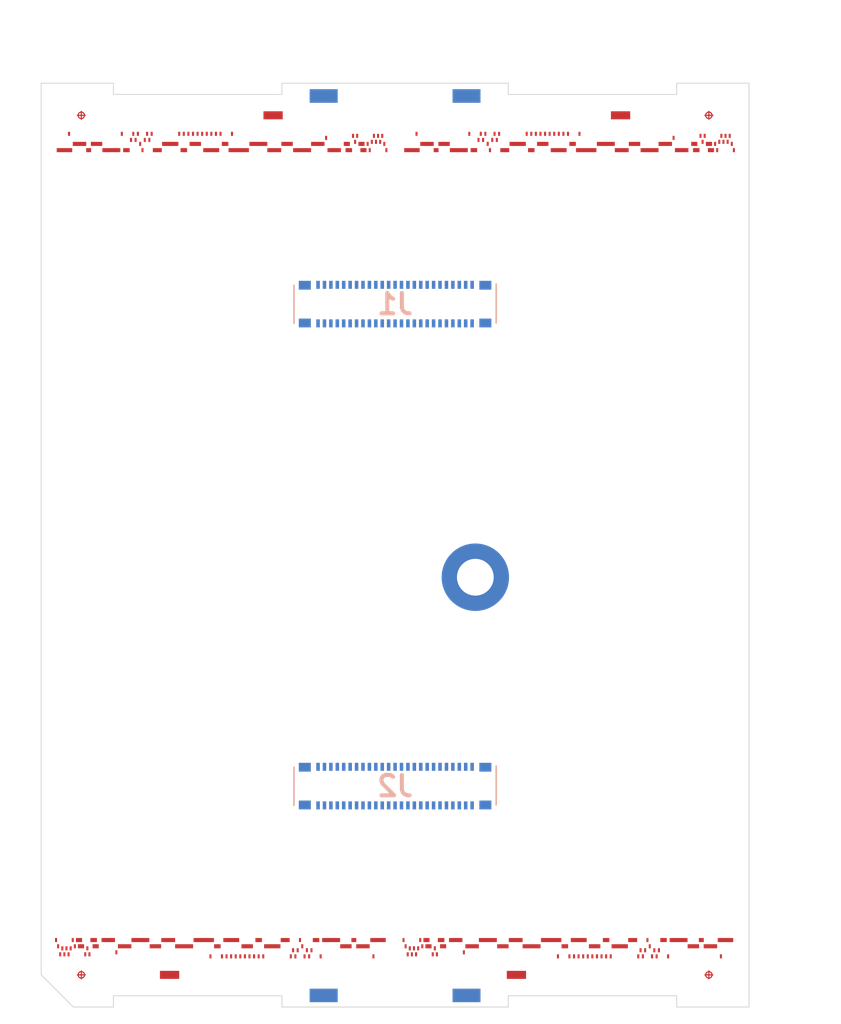
<source format=kicad_pcb>
(kicad_pcb (version 20211014) (generator pcbnew)
  (layers (0 "F.Cu" signal) (31 "B.Cu" signal) (34 "B.Paste" user) (35 "F.Paste" user) (36 "B.SilkS" user "B.Silkscreen") (37 "F.SilkS" user "F.Silkscreen") (38 "B.Mask" user) (39 "F.Mask" user) (44 "Edge.Cuts" user))
  (net 0 "")
  (net 1 "Net-(J1-PadMP4)")
  (net 2 "Net-(J1-PadMP3)")
  (net 3 "Net-(J1-PadMP2)")
  (net 4 "Net-(J1-PadMP1)")
  (net 5 "/01_N")
  (net 6 "/01_P")
  (net 7 "/11_P")
  (net 8 "/11_N")
  (net 9 "/10_P")
  (net 10 "/10_N")
  (net 11 "/09_P")
  (net 12 "/09_N")
  (net 13 "/08_P")
  (net 14 "/08_N")
  (net 15 "/07_P")
  (net 16 "/07_N")
  (net 17 "/06_P")
  (net 18 "/06_N")
  (net 19 "/05_P")
  (net 20 "/05_N")
  (net 21 "/04_P")
  (net 22 "/04_N")
  (net 23 "/03_P")
  (net 24 "/03_N")
  (net 25 "/02_P")
  (net 26 "/02_N")
  (net 27 "/12_P")
  (net 28 "/12_N")
  (net 29 "/13_P")
  (net 30 "/13_N")
  (net 31 "/24_P")
  (net 32 "/24_N")
  (net 33 "/23_P")
  (net 34 "/23_N")
  (net 35 "/22_P")
  (net 36 "/22_N")
  (net 37 "/21_P")
  (net 38 "/21_N")
  (net 39 "/20_P")
  (net 40 "/20_N")
  (net 41 "/19_P")
  (net 42 "/19_N")
  (net 43 "/18_P")
  (net 44 "/18_N")
  (net 45 "/17_P")
  (net 46 "/17_N")
  (net 47 "/16_P")
  (net 48 "/16_N")
  (net 49 "/15_P")
  (net 50 "/15_N")
  (net 51 "/14_P")
  (net 52 "/14_N")
  (net 53 "/30_N")
  (net 54 "/30_P")
  (net 55 "/28_N")
  (net 56 "/28_P")
  (net 57 "/27_N")
  (net 58 "/27_P")
  (net 59 "/26_N")
  (net 60 "/26_P")
  (net 61 "/49_N")
  (net 62 "/49_P")
  (net 63 "/48_N")
  (net 64 "/48_P")
  (net 65 "/47_N")
  (net 66 "/47_P")
  (net 67 "/46_N")
  (net 68 "/46_P")
  (net 69 "/45_N")
  (net 70 "/45_P")
  (net 71 "/44_N")
  (net 72 "/44_P")
  (net 73 "/43_N")
  (net 74 "/43_P")
  (net 75 "/42_N")
  (net 76 "/42_P")
  (net 77 "/41_N")
  (net 78 "/41_P")
  (net 79 "/40_N")
  (net 80 "/40_P")
  (net 81 "/39_N")
  (net 82 "/39_P")
  (net 83 "/38_N")
  (net 84 "/38_P")
  (net 85 "/37_N")
  (net 86 "/37_P")
  (net 87 "/36_N")
  (net 88 "/36_P")
  (net 89 "/35_N")
  (net 90 "/35_P")
  (net 91 "/34_N")
  (net 92 "/34_P")
  (net 93 "/33_N")
  (net 94 "/33_P")
  (net 95 "/32_N")
  (net 96 "/32_P")
  (net 97 "/31_N")
  (net 98 "/31_P")
  (net 99 "/29_N")
  (net 100 "/29_P")
  (net 101 "/S2")
  (net 102 "/S1")
  (net 103 "Net-(J2-PadMP4)")
  (net 104 "Net-(J2-PadMP3)")
  (net 105 "Net-(J2-PadMP2)")
  (net 106 "Net-(J2-PadMP1)")
  (footprint "MountingHole:MountingHole_2.2mm_M2" (layer "F.Cu") (at 22.05 55.9)
    (fp_text reference "REF**" hide)
    (fp_text value "MountingHole_2.2mm_M2" hide)
    (pad "" np_thru_hole circle locked (at 0 0) (size 2.2 2.2) (drill 2.2) (layers *.Cu *.Mask))
  )
  (footprint "unl_silab:crossed_circle_fiducial" (layer "F.Cu") (at 41.6 2)
    (fp_text reference "REF**" hide)
    (fp_text value "crossed_circle_fiducial" hide)
    (fp_line (start 0 -0.25) (end 0 0.25) (layer "F.Cu") (width 0.07))
    (fp_line (start 0.25 0) (end -0.25 0) (layer "F.Cu") (width 0.07))
    (fp_circle (center 0 0) (end 0.2 0) (layer "F.Cu") (width 0.07) (fill none))
  )
  (footprint "unl_silab:PCB_ETROC2_test" (layer "F.Cu") (at 32.815606 50.7)
    (fp_text reference "" hide)
    (fp_text value "" hide)
    (pad "1" smd rect locked (at -10.239629 2.631873) (size 0.127 0.254) (layers "F.Cu" "F.Mask"))
    (pad "2" smd rect locked (at -10.109581 3.020747) (size 0.127 0.254) (layers "F.Cu" "F.Mask"))
    (pad "3" smd rect locked (at -9.979533 3.520873) (size 0.127 0.254) (layers "F.Cu" "F.Mask"))
    (pad "4" smd rect locked (at -9.849485 3.147747) (size 0.127 0.254) (layers "F.Cu" "F.Mask"))
    (pad "5" smd rect locked (at -9.719437 3.520873) (size 0.127 0.254) (layers "F.Cu" "F.Mask"))
    (pad "6" smd rect locked (at -9.589643 3.147747) (size 0.127 0.254) (layers "F.Cu" "F.Mask"))
    (pad "7" smd rect locked (at -9.459595 3.520873) (size 0.127 0.254) (layers "F.Cu" "F.Mask"))
    (pad "8" smd rect locked (at -9.329547 3.147747) (size 0.127 0.254) (layers "F.Cu" "F.Mask"))
    (pad "9" smd rect locked (at -9.199499 2.631873) (size 0.127 0.254) (layers "F.Cu" "F.Mask"))
    (pad "10" smd rect locked (at -9.069451 3.020747) (size 0.127 0.254) (layers "F.Cu" "F.Mask"))
    (pad "11" smd rect locked (at -8.809609 2.631873) (size 0.381 0.254) (layers "F.Cu" "F.Mask"))
    (pad "12" smd rect locked (at -8.686419 3.020747) (size 0.381 0.254) (layers "F.Cu" "F.Mask"))
    (pad "13" smd rect locked (at -8.419465 3.520873) (size 0.127 0.254) (layers "F.Cu" "F.Mask"))
    (pad "14" smd rect locked (at -8.289417 3.147747) (size 0.127 0.254) (layers "F.Cu" "F.Mask"))
    (pad "15" smd rect locked (at -8.159623 3.520873) (size 0.127 0.254) (layers "F.Cu" "F.Mask"))
    (pad "16" smd rect locked (at -7.896479 2.631873) (size 0.4064 0.254) (layers "F.Cu" "F.Mask"))
    (pad "17" smd rect locked (at -7.772527 3.020747) (size 0.381 0.254) (layers "F.Cu" "F.Mask"))
    (pad "19" smd rect locked (at -6.986651 2.631873) (size 0.8382 0.254) (layers "F.Cu" "F.Mask"))
    (pad "20" smd rect locked (at -6.481445 3.394381) (size 0.127 0.254) (layers "F.Cu" "F.Mask"))
    (pad "21" smd rect locked (at -5.964809 3.020747) (size 0.8382 0.254) (layers "F.Cu" "F.Mask"))
    (pad "22" smd rect locked (at -4.985639 2.631873) (size 1.1176 0.254) (layers "F.Cu" "F.Mask"))
    (pad "23" smd rect locked (at -4.050411 3.020747) (size 0.7112 0.254) (layers "F.Cu" "F.Mask"))
    (pad "24" smd rect locked (at -3.251327 2.631873) (size 0.8636 0.254) (layers "F.Cu" "F.Mask"))
    (pad "25" smd rect locked (at -2.261997 3.020747) (size 1.1176 0.254) (layers "F.Cu" "F.Mask"))
    (pad "26" smd rect locked (at -1.038225 2.631873) (size 1.27 0.254) (layers "F.Cu" "F.Mask"))
    (pad "27" smd rect locked (at -0.618617 3.647873) (size 0.127 0.254) (layers "F.Cu" "F.Mask"))
    (pad "28" smd rect locked (at -0.189611 3.020747) (size 0.4064 0.254) (layers "F.Cu" "F.Mask"))
    (pad "29" smd rect locked (at 0.096393 3.647873) (size 0.127 0.254) (layers "F.Cu" "F.Mask"))
    (pad "30" smd rect locked (at 0.382397 3.647873) (size 0.127 0.254) (layers "F.Cu" "F.Mask"))
    (pad "31" smd rect locked (at 0.668401 3.647873) (size 0.127 0.254) (layers "F.Cu" "F.Mask"))
    (pad "32" smd rect locked (at 0.677037 2.631873) (size 0.9906 0.254) (layers "F.Cu" "F.Mask"))
    (pad "33" smd rect locked (at 0.954405 3.647873) (size 0.127 0.254) (layers "F.Cu" "F.Mask"))
    (pad "34" smd rect locked (at 1.240409 3.647873) (size 0.127 0.254) (layers "F.Cu" "F.Mask"))
    (pad "35" smd rect locked (at 1.526413 3.647873) (size 0.127 0.254) (layers "F.Cu" "F.Mask"))
    (pad "36" smd rect locked (at 1.669415 3.020747) (size 0.7112 0.254) (layers "F.Cu" "F.Mask"))
    (pad "37" smd rect locked (at 1.812417 3.647873) (size 0.127 0.254) (layers "F.Cu" "F.Mask"))
    (pad "38" smd rect locked (at 2.098421 3.647873) (size 0.127 0.254) (layers "F.Cu" "F.Mask"))
    (pad "39" smd rect locked (at 2.384425 2.631873) (size 0.4064 0.254) (layers "F.Cu" "F.Mask"))
    (pad "40" smd rect locked (at 2.384425 3.647873) (size 0.127 0.254) (layers "F.Cu" "F.Mask"))
    (pad "41" smd rect locked (at 2.670429 3.647873) (size 0.127 0.254) (layers "F.Cu" "F.Mask"))
    (pad "42" smd rect locked (at 3.231007 3.020747) (size 1.016 0.254) (layers "F.Cu" "F.Mask"))
    (pad "43" smd rect locked (at 4.035933 2.631873) (size 0.5588 0.254) (layers "F.Cu" "F.Mask"))
    (pad "44" smd rect locked (at 4.386453 3.647873) (size 0.127 0.254) (layers "F.Cu" "F.Mask"))
    (pad "45" smd rect locked (at 4.529455 3.266873) (size 0.127 0.254) (layers "F.Cu" "F.Mask"))
    (pad "46" smd rect locked (at 4.672457 3.647873) (size 0.127 0.254) (layers "F.Cu" "F.Mask"))
    (pad "47" smd rect locked (at 4.815459 3.266873) (size 0.127 0.254) (layers "F.Cu" "F.Mask"))
    (pad "48" smd rect locked (at 4.958461 2.631873) (size 0.127 0.254) (layers "F.Cu" "F.Mask"))
    (pad "49" smd rect locked (at 5.101463 3.020747) (size 0.127 0.254) (layers "F.Cu" "F.Mask"))
    (pad "50" smd rect locked (at 5.244465 3.647873) (size 0.127 0.254) (layers "F.Cu" "F.Mask"))
    (pad "51" smd rect locked (at 5.387467 3.266873) (size 0.127 0.254) (layers "F.Cu" "F.Mask"))
    (pad "52" smd rect locked (at 5.530469 3.647873) (size 0.127 0.254) (layers "F.Cu" "F.Mask"))
    (pad "53" smd rect locked (at 5.673471 3.266873) (size 0.127 0.254) (layers "F.Cu" "F.Mask"))
    (pad "54" smd rect locked (at 5.959475 2.631873) (size 0.4064 0.254) (layers "F.Cu" "F.Mask"))
    (pad "55" smd rect locked (at 6.245479 3.647873) (size 0.127 0.254) (layers "F.Cu" "F.Mask"))
    (pad "56" smd rect locked (at 6.898259 2.631873) (size 1.1176 0.254) (layers "F.Cu" "F.Mask"))
    (pad "57" smd rect locked (at 7.818501 3.020747) (size 0.7112 0.254) (layers "F.Cu" "F.Mask"))
    (pad "58" smd rect locked (at 8.314309 2.631873) (size 0.3048 0.254) (layers "F.Cu" "F.Mask"))
    (pad "59" smd rect locked (at 8.880475 3.020747) (size 0.8382 0.254) (layers "F.Cu" "F.Mask"))
    (pad "60" smd rect locked (at 9.534525 3.647873) (size 0.127 0.254) (layers "F.Cu" "F.Mask"))
    (pad "61" smd rect locked (at 9.820529 2.631873) (size 0.9652 0.254) (layers "F.Cu" "F.Mask"))
  )
  (footprint "unl_silab:PCB_ETROC2_test" (layer "F.Cu") (at 32.92 6.8 180)
    (fp_text reference "" hide)
    (fp_text value "" hide)
    (pad "1" smd rect locked (at -10.239629 2.631873 180) (size 0.127 0.254) (layers "F.Cu" "F.Mask"))
    (pad "2" smd rect locked (at -10.109581 3.020747 180) (size 0.127 0.254) (layers "F.Cu" "F.Mask"))
    (pad "3" smd rect locked (at -9.979533 3.520873 180) (size 0.127 0.254) (layers "F.Cu" "F.Mask"))
    (pad "4" smd rect locked (at -9.849485 3.147747 180) (size 0.127 0.254) (layers "F.Cu" "F.Mask"))
    (pad "5" smd rect locked (at -9.719437 3.520873 180) (size 0.127 0.254) (layers "F.Cu" "F.Mask"))
    (pad "6" smd rect locked (at -9.589643 3.147747 180) (size 0.127 0.254) (layers "F.Cu" "F.Mask"))
    (pad "7" smd rect locked (at -9.459595 3.520873 180) (size 0.127 0.254) (layers "F.Cu" "F.Mask"))
    (pad "8" smd rect locked (at -9.329547 3.147747 180) (size 0.127 0.254) (layers "F.Cu" "F.Mask"))
    (pad "9" smd rect locked (at -9.199499 2.631873 180) (size 0.127 0.254) (layers "F.Cu" "F.Mask"))
    (pad "10" smd rect locked (at -9.069451 3.020747 180) (size 0.127 0.254) (layers "F.Cu" "F.Mask"))
    (pad "11" smd rect locked (at -8.809609 2.631873 180) (size 0.381 0.254) (layers "F.Cu" "F.Mask"))
    (pad "12" smd rect locked (at -8.686419 3.020747 180) (size 0.381 0.254) (layers "F.Cu" "F.Mask"))
    (pad "13" smd rect locked (at -8.419465 3.520873 180) (size 0.127 0.254) (layers "F.Cu" "F.Mask"))
    (pad "14" smd rect locked (at -8.289417 3.147747 180) (size 0.127 0.254) (layers "F.Cu" "F.Mask"))
    (pad "15" smd rect locked (at -8.159623 3.520873 180) (size 0.127 0.254) (layers "F.Cu" "F.Mask"))
    (pad "16" smd rect locked (at -7.896479 2.631873 180) (size 0.4064 0.254) (layers "F.Cu" "F.Mask"))
    (pad "17" smd rect locked (at -7.772527 3.020747 180) (size 0.381 0.254) (layers "F.Cu" "F.Mask"))
    (pad "19" smd rect locked (at -6.986651 2.631873 180) (size 0.8382 0.254) (layers "F.Cu" "F.Mask"))
    (pad "20" smd rect locked (at -6.481445 3.394381 180) (size 0.127 0.254) (layers "F.Cu" "F.Mask"))
    (pad "21" smd rect locked (at -5.964809 3.020747 180) (size 0.8382 0.254) (layers "F.Cu" "F.Mask"))
    (pad "22" smd rect locked (at -4.985639 2.631873 180) (size 1.1176 0.254) (layers "F.Cu" "F.Mask"))
    (pad "23" smd rect locked (at -4.050411 3.020747 180) (size 0.7112 0.254) (layers "F.Cu" "F.Mask"))
    (pad "24" smd rect locked (at -3.251327 2.631873 180) (size 0.8636 0.254) (layers "F.Cu" "F.Mask"))
    (pad "25" smd rect locked (at -2.261997 3.020747 180) (size 1.1176 0.254) (layers "F.Cu" "F.Mask"))
    (pad "26" smd rect locked (at -1.038225 2.631873 180) (size 1.27 0.254) (layers "F.Cu" "F.Mask"))
    (pad "27" smd rect locked (at -0.618617 3.647873 180) (size 0.127 0.254) (layers "F.Cu" "F.Mask"))
    (pad "28" smd rect locked (at -0.189611 3.020747 180) (size 0.4064 0.254) (layers "F.Cu" "F.Mask"))
    (pad "29" smd rect locked (at 0.096393 3.647873 180) (size 0.127 0.254) (layers "F.Cu" "F.Mask"))
    (pad "30" smd rect locked (at 0.382397 3.647873 180) (size 0.127 0.254) (layers "F.Cu" "F.Mask"))
    (pad "31" smd rect locked (at 0.668401 3.647873 180) (size 0.127 0.254) (layers "F.Cu" "F.Mask"))
    (pad "32" smd rect locked (at 0.677037 2.631873 180) (size 0.9906 0.254) (layers "F.Cu" "F.Mask"))
    (pad "33" smd rect locked (at 0.954405 3.647873 180) (size 0.127 0.254) (layers "F.Cu" "F.Mask"))
    (pad "34" smd rect locked (at 1.240409 3.647873 180) (size 0.127 0.254) (layers "F.Cu" "F.Mask"))
    (pad "35" smd rect locked (at 1.526413 3.647873 180) (size 0.127 0.254) (layers "F.Cu" "F.Mask"))
    (pad "36" smd rect locked (at 1.669415 3.020747 180) (size 0.7112 0.254) (layers "F.Cu" "F.Mask"))
    (pad "37" smd rect locked (at 1.812417 3.647873 180) (size 0.127 0.254) (layers "F.Cu" "F.Mask"))
    (pad "38" smd rect locked (at 2.098421 3.647873 180) (size 0.127 0.254) (layers "F.Cu" "F.Mask"))
    (pad "39" smd rect locked (at 2.384425 2.631873 180) (size 0.4064 0.254) (layers "F.Cu" "F.Mask"))
    (pad "40" smd rect locked (at 2.384425 3.647873 180) (size 0.127 0.254) (layers "F.Cu" "F.Mask"))
    (pad "41" smd rect locked (at 2.670429 3.647873 180) (size 0.127 0.254) (layers "F.Cu" "F.Mask"))
    (pad "42" smd rect locked (at 3.231007 3.020747 180) (size 1.016 0.254) (layers "F.Cu" "F.Mask"))
    (pad "43" smd rect locked (at 4.035933 2.631873 180) (size 0.5588 0.254) (layers "F.Cu" "F.Mask"))
    (pad "44" smd rect locked (at 4.386453 3.647873 180) (size 0.127 0.254) (layers "F.Cu" "F.Mask"))
    (pad "45" smd rect locked (at 4.529455 3.266873 180) (size 0.127 0.254) (layers "F.Cu" "F.Mask"))
    (pad "46" smd rect locked (at 4.672457 3.647873 180) (size 0.127 0.254) (layers "F.Cu" "F.Mask"))
    (pad "47" smd rect locked (at 4.815459 3.266873 180) (size 0.127 0.254) (layers "F.Cu" "F.Mask"))
    (pad "48" smd rect locked (at 4.958461 2.631873 180) (size 0.127 0.254) (layers "F.Cu" "F.Mask"))
    (pad "49" smd rect locked (at 5.101463 3.020747 180) (size 0.127 0.254) (layers "F.Cu" "F.Mask"))
    (pad "50" smd rect locked (at 5.244465 3.647873 180) (size 0.127 0.254) (layers "F.Cu" "F.Mask"))
    (pad "51" smd rect locked (at 5.387467 3.266873 180) (size 0.127 0.254) (layers "F.Cu" "F.Mask"))
    (pad "52" smd rect locked (at 5.530469 3.647873 180) (size 0.127 0.254) (layers "F.Cu" "F.Mask"))
    (pad "53" smd rect locked (at 5.673471 3.266873 180) (size 0.127 0.254) (layers "F.Cu" "F.Mask"))
    (pad "54" smd rect locked (at 5.959475 2.631873 180) (size 0.4064 0.254) (layers "F.Cu" "F.Mask"))
    (pad "55" smd rect locked (at 6.245479 3.647873 180) (size 0.127 0.254) (layers "F.Cu" "F.Mask"))
    (pad "56" smd rect locked (at 6.898259 2.631873 180) (size 1.1176 0.254) (layers "F.Cu" "F.Mask"))
    (pad "57" smd rect locked (at 7.818501 3.020747 180) (size 0.7112 0.254) (layers "F.Cu" "F.Mask"))
    (pad "58" smd rect locked (at 8.314309 2.631873 180) (size 0.3048 0.254) (layers "F.Cu" "F.Mask"))
    (pad "59" smd rect locked (at 8.880475 3.020747 180) (size 0.8382 0.254) (layers "F.Cu" "F.Mask"))
    (pad "60" smd rect locked (at 9.534525 3.647873 180) (size 0.127 0.254) (layers "F.Cu" "F.Mask"))
    (pad "61" smd rect locked (at 9.820529 2.631873 180) (size 0.9652 0.254) (layers "F.Cu" "F.Mask"))
  )
  (footprint "unl_silab:PCB_ETROC2_test" (layer "F.Cu") (at 11.165606 50.7)
    (fp_text reference "" hide)
    (fp_text value "" hide)
    (pad "1" smd rect locked (at -10.239629 2.631873) (size 0.127 0.254) (layers "F.Cu" "F.Mask"))
    (pad "2" smd rect locked (at -10.109581 3.020747) (size 0.127 0.254) (layers "F.Cu" "F.Mask"))
    (pad "3" smd rect locked (at -9.979533 3.520873) (size 0.127 0.254) (layers "F.Cu" "F.Mask"))
    (pad "4" smd rect locked (at -9.849485 3.147747) (size 0.127 0.254) (layers "F.Cu" "F.Mask"))
    (pad "5" smd rect locked (at -9.719437 3.520873) (size 0.127 0.254) (layers "F.Cu" "F.Mask"))
    (pad "6" smd rect locked (at -9.589643 3.147747) (size 0.127 0.254) (layers "F.Cu" "F.Mask"))
    (pad "7" smd rect locked (at -9.459595 3.520873) (size 0.127 0.254) (layers "F.Cu" "F.Mask"))
    (pad "8" smd rect locked (at -9.329547 3.147747) (size 0.127 0.254) (layers "F.Cu" "F.Mask"))
    (pad "9" smd rect locked (at -9.199499 2.631873) (size 0.127 0.254) (layers "F.Cu" "F.Mask"))
    (pad "10" smd rect locked (at -9.069451 3.020747) (size 0.127 0.254) (layers "F.Cu" "F.Mask"))
    (pad "11" smd rect locked (at -8.809609 2.631873) (size 0.381 0.254) (layers "F.Cu" "F.Mask"))
    (pad "12" smd rect locked (at -8.686419 3.020747) (size 0.381 0.254) (layers "F.Cu" "F.Mask"))
    (pad "13" smd rect locked (at -8.419465 3.520873) (size 0.127 0.254) (layers "F.Cu" "F.Mask"))
    (pad "14" smd rect locked (at -8.289417 3.147747) (size 0.127 0.254) (layers "F.Cu" "F.Mask"))
    (pad "15" smd rect locked (at -8.159623 3.520873) (size 0.127 0.254) (layers "F.Cu" "F.Mask"))
    (pad "16" smd rect locked (at -7.896479 2.631873) (size 0.4064 0.254) (layers "F.Cu" "F.Mask"))
    (pad "17" smd rect locked (at -7.772527 3.020747) (size 0.381 0.254) (layers "F.Cu" "F.Mask"))
    (pad "19" smd rect locked (at -6.986651 2.631873) (size 0.8382 0.254) (layers "F.Cu" "F.Mask"))
    (pad "20" smd rect locked (at -6.481445 3.394381) (size 0.127 0.254) (layers "F.Cu" "F.Mask"))
    (pad "21" smd rect locked (at -5.964809 3.020747) (size 0.8382 0.254) (layers "F.Cu" "F.Mask"))
    (pad "22" smd rect locked (at -4.985639 2.631873) (size 1.1176 0.254) (layers "F.Cu" "F.Mask"))
    (pad "23" smd rect locked (at -4.050411 3.020747) (size 0.7112 0.254) (layers "F.Cu" "F.Mask"))
    (pad "24" smd rect locked (at -3.251327 2.631873) (size 0.8636 0.254) (layers "F.Cu" "F.Mask"))
    (pad "25" smd rect locked (at -2.261997 3.020747) (size 1.1176 0.254) (layers "F.Cu" "F.Mask"))
    (pad "26" smd rect locked (at -1.038225 2.631873) (size 1.27 0.254) (layers "F.Cu" "F.Mask"))
    (pad "27" smd rect locked (at -0.618617 3.647873) (size 0.127 0.254) (layers "F.Cu" "F.Mask"))
    (pad "28" smd rect locked (at -0.189611 3.020747) (size 0.4064 0.254) (layers "F.Cu" "F.Mask"))
    (pad "29" smd rect locked (at 0.096393 3.647873) (size 0.127 0.254) (layers "F.Cu" "F.Mask"))
    (pad "30" smd rect locked (at 0.382397 3.647873) (size 0.127 0.254) (layers "F.Cu" "F.Mask"))
    (pad "31" smd rect locked (at 0.668401 3.647873) (size 0.127 0.254) (layers "F.Cu" "F.Mask"))
    (pad "32" smd rect locked (at 0.677037 2.631873) (size 0.9906 0.254) (layers "F.Cu" "F.Mask"))
    (pad "33" smd rect locked (at 0.954405 3.647873) (size 0.127 0.254) (layers "F.Cu" "F.Mask"))
    (pad "34" smd rect locked (at 1.240409 3.647873) (size 0.127 0.254) (layers "F.Cu" "F.Mask"))
    (pad "35" smd rect locked (at 1.526413 3.647873) (size 0.127 0.254) (layers "F.Cu" "F.Mask"))
    (pad "36" smd rect locked (at 1.669415 3.020747) (size 0.7112 0.254) (layers "F.Cu" "F.Mask"))
    (pad "37" smd rect locked (at 1.812417 3.647873) (size 0.127 0.254) (layers "F.Cu" "F.Mask"))
    (pad "38" smd rect locked (at 2.098421 3.647873) (size 0.127 0.254) (layers "F.Cu" "F.Mask"))
    (pad "39" smd rect locked (at 2.384425 2.631873) (size 0.4064 0.254) (layers "F.Cu" "F.Mask"))
    (pad "40" smd rect locked (at 2.384425 3.647873) (size 0.127 0.254) (layers "F.Cu" "F.Mask"))
    (pad "41" smd rect locked (at 2.670429 3.647873) (size 0.127 0.254) (layers "F.Cu" "F.Mask"))
    (pad "42" smd rect locked (at 3.231007 3.020747) (size 1.016 0.254) (layers "F.Cu" "F.Mask"))
    (pad "43" smd rect locked (at 4.035933 2.631873) (size 0.5588 0.254) (layers "F.Cu" "F.Mask"))
    (pad "44" smd rect locked (at 4.386453 3.647873) (size 0.127 0.254) (layers "F.Cu" "F.Mask"))
    (pad "45" smd rect locked (at 4.529455 3.266873) (size 0.127 0.254) (layers "F.Cu" "F.Mask"))
    (pad "46" smd rect locked (at 4.672457 3.647873) (size 0.127 0.254) (layers "F.Cu" "F.Mask"))
    (pad "47" smd rect locked (at 4.815459 3.266873) (size 0.127 0.254) (layers "F.Cu" "F.Mask"))
    (pad "48" smd rect locked (at 4.958461 2.631873) (size 0.127 0.254) (layers "F.Cu" "F.Mask"))
    (pad "49" smd rect locked (at 5.101463 3.020747) (size 0.127 0.254) (layers "F.Cu" "F.Mask"))
    (pad "50" smd rect locked (at 5.244465 3.647873) (size 0.127 0.254) (layers "F.Cu" "F.Mask"))
    (pad "51" smd rect locked (at 5.387467 3.266873) (size 0.127 0.254) (layers "F.Cu" "F.Mask"))
    (pad "52" smd rect locked (at 5.530469 3.647873) (size 0.127 0.254) (layers "F.Cu" "F.Mask"))
    (pad "53" smd rect locked (at 5.673471 3.266873) (size 0.127 0.254) (layers "F.Cu" "F.Mask"))
    (pad "54" smd rect locked (at 5.959475 2.631873) (size 0.4064 0.254) (layers "F.Cu" "F.Mask"))
    (pad "55" smd rect locked (at 6.245479 3.647873) (size 0.127 0.254) (layers "F.Cu" "F.Mask"))
    (pad "56" smd rect locked (at 6.898259 2.631873) (size 1.1176 0.254) (layers "F.Cu" "F.Mask"))
    (pad "57" smd rect locked (at 7.818501 3.020747) (size 0.7112 0.254) (layers "F.Cu" "F.Mask"))
    (pad "58" smd rect locked (at 8.314309 2.631873) (size 0.3048 0.254) (layers "F.Cu" "F.Mask"))
    (pad "59" smd rect locked (at 8.880475 3.020747) (size 0.8382 0.254) (layers "F.Cu" "F.Mask"))
    (pad "60" smd rect locked (at 9.534525 3.647873) (size 0.127 0.254) (layers "F.Cu" "F.Mask"))
    (pad "61" smd rect locked (at 9.820529 2.631873) (size 0.9652 0.254) (layers "F.Cu" "F.Mask"))
  )
  (footprint "unl_silab:PCB_ETROC2_test" (layer "F.Cu") (at 11.27 6.8 180)
    (fp_text reference "" hide)
    (fp_text value "" hide)
    (pad "1" smd rect locked (at -10.239629 2.631873 180) (size 0.127 0.254) (layers "F.Cu" "F.Mask"))
    (pad "2" smd rect locked (at -10.109581 3.020747 180) (size 0.127 0.254) (layers "F.Cu" "F.Mask"))
    (pad "3" smd rect locked (at -9.979533 3.520873 180) (size 0.127 0.254) (layers "F.Cu" "F.Mask"))
    (pad "4" smd rect locked (at -9.849485 3.147747 180) (size 0.127 0.254) (layers "F.Cu" "F.Mask"))
    (pad "5" smd rect locked (at -9.719437 3.520873 180) (size 0.127 0.254) (layers "F.Cu" "F.Mask"))
    (pad "6" smd rect locked (at -9.589643 3.147747 180) (size 0.127 0.254) (layers "F.Cu" "F.Mask"))
    (pad "7" smd rect locked (at -9.459595 3.520873 180) (size 0.127 0.254) (layers "F.Cu" "F.Mask"))
    (pad "8" smd rect locked (at -9.329547 3.147747 180) (size 0.127 0.254) (layers "F.Cu" "F.Mask"))
    (pad "9" smd rect locked (at -9.199499 2.631873 180) (size 0.127 0.254) (layers "F.Cu" "F.Mask"))
    (pad "10" smd rect locked (at -9.069451 3.020747 180) (size 0.127 0.254) (layers "F.Cu" "F.Mask"))
    (pad "11" smd rect locked (at -8.809609 2.631873 180) (size 0.381 0.254) (layers "F.Cu" "F.Mask"))
    (pad "12" smd rect locked (at -8.686419 3.020747 180) (size 0.381 0.254) (layers "F.Cu" "F.Mask"))
    (pad "13" smd rect locked (at -8.419465 3.520873 180) (size 0.127 0.254) (layers "F.Cu" "F.Mask"))
    (pad "14" smd rect locked (at -8.289417 3.147747 180) (size 0.127 0.254) (layers "F.Cu" "F.Mask"))
    (pad "15" smd rect locked (at -8.159623 3.520873 180) (size 0.127 0.254) (layers "F.Cu" "F.Mask"))
    (pad "16" smd rect locked (at -7.896479 2.631873 180) (size 0.4064 0.254) (layers "F.Cu" "F.Mask"))
    (pad "17" smd rect locked (at -7.772527 3.020747 180) (size 0.381 0.254) (layers "F.Cu" "F.Mask"))
    (pad "19" smd rect locked (at -6.986651 2.631873 180) (size 0.8382 0.254) (layers "F.Cu" "F.Mask"))
    (pad "20" smd rect locked (at -6.481445 3.394381 180) (size 0.127 0.254) (layers "F.Cu" "F.Mask"))
    (pad "21" smd rect locked (at -5.964809 3.020747 180) (size 0.8382 0.254) (layers "F.Cu" "F.Mask"))
    (pad "22" smd rect locked (at -4.985639 2.631873 180) (size 1.1176 0.254) (layers "F.Cu" "F.Mask"))
    (pad "23" smd rect locked (at -4.050411 3.020747 180) (size 0.7112 0.254) (layers "F.Cu" "F.Mask"))
    (pad "24" smd rect locked (at -3.251327 2.631873 180) (size 0.8636 0.254) (layers "F.Cu" "F.Mask"))
    (pad "25" smd rect locked (at -2.261997 3.020747 180) (size 1.1176 0.254) (layers "F.Cu" "F.Mask"))
    (pad "26" smd rect locked (at -1.038225 2.631873 180) (size 1.27 0.254) (layers "F.Cu" "F.Mask"))
    (pad "27" smd rect locked (at -0.618617 3.647873 180) (size 0.127 0.254) (layers "F.Cu" "F.Mask"))
    (pad "28" smd rect locked (at -0.189611 3.020747 180) (size 0.4064 0.254) (layers "F.Cu" "F.Mask"))
    (pad "29" smd rect locked (at 0.096393 3.647873 180) (size 0.127 0.254) (layers "F.Cu" "F.Mask"))
    (pad "30" smd rect locked (at 0.382397 3.647873 180) (size 0.127 0.254) (layers "F.Cu" "F.Mask"))
    (pad "31" smd rect locked (at 0.668401 3.647873 180) (size 0.127 0.254) (layers "F.Cu" "F.Mask"))
    (pad "32" smd rect locked (at 0.677037 2.631873 180) (size 0.9906 0.254) (layers "F.Cu" "F.Mask"))
    (pad "33" smd rect locked (at 0.954405 3.647873 180) (size 0.127 0.254) (layers "F.Cu" "F.Mask"))
    (pad "34" smd rect locked (at 1.240409 3.647873 180) (size 0.127 0.254) (layers "F.Cu" "F.Mask"))
    (pad "35" smd rect locked (at 1.526413 3.647873 180) (size 0.127 0.254) (layers "F.Cu" "F.Mask"))
    (pad "36" smd rect locked (at 1.669415 3.020747 180) (size 0.7112 0.254) (layers "F.Cu" "F.Mask"))
    (pad "37" smd rect locked (at 1.812417 3.647873 180) (size 0.127 0.254) (layers "F.Cu" "F.Mask"))
    (pad "38" smd rect locked (at 2.098421 3.647873 180) (size 0.127 0.254) (layers "F.Cu" "F.Mask"))
    (pad "39" smd rect locked (at 2.384425 2.631873 180) (size 0.4064 0.254) (layers "F.Cu" "F.Mask"))
    (pad "40" smd rect locked (at 2.384425 3.647873 180) (size 0.127 0.254) (layers "F.Cu" "F.Mask"))
    (pad "41" smd rect locked (at 2.670429 3.647873 180) (size 0.127 0.254) (layers "F.Cu" "F.Mask"))
    (pad "42" smd rect locked (at 3.231007 3.020747 180) (size 1.016 0.254) (layers "F.Cu" "F.Mask"))
    (pad "43" smd rect locked (at 4.035933 2.631873 180) (size 0.5588 0.254) (layers "F.Cu" "F.Mask"))
    (pad "44" smd rect locked (at 4.386453 3.647873 180) (size 0.127 0.254) (layers "F.Cu" "F.Mask"))
    (pad "45" smd rect locked (at 4.529455 3.266873 180) (size 0.127 0.254) (layers "F.Cu" "F.Mask"))
    (pad "46" smd rect locked (at 4.672457 3.647873 180) (size 0.127 0.254) (layers "F.Cu" "F.Mask"))
    (pad "47" smd rect locked (at 4.815459 3.266873 180) (size 0.127 0.254) (layers "F.Cu" "F.Mask"))
    (pad "48" smd rect locked (at 4.958461 2.631873 180) (size 0.127 0.254) (layers "F.Cu" "F.Mask"))
    (pad "49" smd rect locked (at 5.101463 3.020747 180) (size 0.127 0.254) (layers "F.Cu" "F.Mask"))
    (pad "50" smd rect locked (at 5.244465 3.647873 180) (size 0.127 0.254) (layers "F.Cu" "F.Mask"))
    (pad "51" smd rect locked (at 5.387467 3.266873 180) (size 0.127 0.254) (layers "F.Cu" "F.Mask"))
    (pad "52" smd rect locked (at 5.530469 3.647873 180) (size 0.127 0.254) (layers "F.Cu" "F.Mask"))
    (pad "53" smd rect locked (at 5.673471 3.266873 180) (size 0.127 0.254) (layers "F.Cu" "F.Mask"))
    (pad "54" smd rect locked (at 5.959475 2.631873 180) (size 0.4064 0.254) (layers "F.Cu" "F.Mask"))
    (pad "55" smd rect locked (at 6.245479 3.647873 180) (size 0.127 0.254) (layers "F.Cu" "F.Mask"))
    (pad "56" smd rect locked (at 6.898259 2.631873 180) (size 1.1176 0.254) (layers "F.Cu" "F.Mask"))
    (pad "57" smd rect locked (at 7.818501 3.020747 180) (size 0.7112 0.254) (layers "F.Cu" "F.Mask"))
    (pad "58" smd rect locked (at 8.314309 2.631873 180) (size 0.3048 0.254) (layers "F.Cu" "F.Mask"))
    (pad "59" smd rect locked (at 8.880475 3.020747 180) (size 0.8382 0.254) (layers "F.Cu" "F.Mask"))
    (pad "60" smd rect locked (at 9.534525 3.647873 180) (size 0.127 0.254) (layers "F.Cu" "F.Mask"))
    (pad "61" smd rect locked (at 9.820529 2.631873 180) (size 0.9652 0.254) (layers "F.Cu" "F.Mask"))
  )
  (footprint "unl_silab:crossed_circle_fiducial" (layer "F.Cu") (at 2.5 55.5)
    (fp_text reference "REF**" hide)
    (fp_text value "crossed_circle_fiducial" hide)
    (fp_line (start 0.25 0) (end -0.25 0) (layer "F.Cu") (width 0.07))
    (fp_line (start 0 -0.25) (end 0 0.25) (layer "F.Cu") (width 0.07))
    (fp_circle (center 0 0) (end 0.2 0) (layer "F.Cu") (width 0.07) (fill none))
  )
  (footprint "unl_silab:crossed_circle_fiducial" (layer "F.Cu") (at 41.6 55.5)
    (fp_text reference "REF**" hide)
    (fp_text value "crossed_circle_fiducial" hide)
    (fp_line (start 0.25 0) (end -0.25 0) (layer "F.Cu") (width 0.07))
    (fp_line (start 0 -0.25) (end 0 0.25) (layer "F.Cu") (width 0.07))
    (fp_circle (center 0 0) (end 0.2 0) (layer "F.Cu") (width 0.07) (fill none))
  )
  (footprint "MountingHole:MountingHole_2.2mm_M2" (layer "F.Cu") (at 22.05 1.6)
    (fp_text reference "REF**" hide)
    (fp_text value "MountingHole_2.2mm_M2" hide)
    (pad "" np_thru_hole circle locked (at 0 0) (size 2.2 2.2) (drill 2.2) (layers *.Cu *.Mask))
  )
  (footprint "unl_silab:HV-Pad" (layer "F.Cu") (at 8 55.5)
    (fp_text reference "REF**" hide)
    (fp_text value "HV" hide)
    (pad "1" smd rect locked (at 0 0) (size 1.2 0.5) (layers "F.Cu" "F.Mask"))
  )
  (footprint "unl_silab:HV-Pad" (layer "F.Cu") (at 29.61 55.5)
    (fp_text reference "REF**" hide)
    (fp_text value "HV" hide)
    (pad "1" smd rect locked (at 0 0) (size 1.2 0.5) (layers "F.Cu" "F.Mask"))
  )
  (footprint "unl_silab:HV-Pad" (layer "F.Cu") (at 36.1 2 180)
    (fp_text reference "REF**" hide)
    (fp_text value "HV" hide)
    (pad "1" smd rect locked (at 0 0 180) (size 1.2 0.5) (layers "F.Cu" "F.Mask"))
  )
  (footprint "unl_silab:HV-Pad" (layer "F.Cu") (at 14.45 2 180)
    (fp_text reference "REF**" hide)
    (fp_text value "HV" hide)
    (pad "1" smd rect locked (at 0 0 180) (size 1.2 0.5) (layers "F.Cu" "F.Mask"))
  )
  (footprint "unl_silab:spring-pin_TE_2306334-3" (layer "F.Cu") (at 17.6 56.78)
    (fp_text reference "REF**" hide)
    (fp_text value "spring-pin_TE_2306334-3" hide)
    (pad "1" smd rect locked (at 0 0) (size 1.74 0.84) (layers "F.Cu" "F.Paste" "F.Mask"))
  )
  (footprint "unl_silab:spring-pin_TE_2306334-3" (layer "F.Cu") (at 26.5 56.78 180)
    (fp_text reference "REF**" hide)
    (fp_text value "spring-pin_TE_2306334-3" hide)
    (pad "1" smd rect locked (at 0 0 180) (size 1.74 0.84) (layers "F.Cu" "F.Paste" "F.Mask"))
  )
  (footprint "unl_silab:spring-pin_TE_2306334-3" (layer "F.Cu") (at 26.5 0.8 180)
    (fp_text reference "REF**" hide)
    (fp_text value "spring-pin_TE_2306334-3" hide)
    (pad "1" smd rect locked (at 0 0 180) (size 1.74 0.84) (layers "F.Cu" "F.Paste" "F.Mask"))
  )
  (footprint "unl_silab:spring-pin_TE_2306334-3" (layer "F.Cu") (at 17.6 0.8)
    (fp_text reference "REF**" hide)
    (fp_text value "spring-pin_TE_2306334-3" hide)
    (pad "1" smd rect locked (at 0 0) (size 1.74 0.84) (layers "F.Cu" "F.Paste" "F.Mask"))
  )
  (footprint "unl_silab:crossed_circle_fiducial" (layer "F.Cu") (at 2.5 2)
    (fp_text reference "REF**" hide)
    (fp_text value "crossed_circle_fiducial" hide)
    (fp_line (start 0.25 0) (end -0.25 0) (layer "F.Cu") (width 0.07))
    (fp_line (start 0 -0.25) (end 0 0.25) (layer "F.Cu") (width 0.07))
    (fp_circle (center 0 0) (end 0.2 0) (layer "F.Cu") (width 0.07) (fill none))
  )
  (footprint "SamacSys_Parts:WP7BS050VA1R8000" (layer "B.Cu") (at 22.05 13.75)
    (fp_text reference "J1" (at 0 0) (layer "B.SilkS") (effects (font (size 1.27 1.27) (thickness 0.254)) (justify mirror)))
    (fp_text value "WP7B-S050VA1-R8000" hide)
    (fp_line (start 6.3 1.175) (end 6.3 -1.25) (layer "B.SilkS") (width 0.1))
    (fp_line (start -6.3 1.2) (end -6.3 -1.175) (layer "B.SilkS") (width 0.1))
    (pad "1" smd rect locked (at -4.8 -1.2) (size 0.22 0.5) (layers "B.Cu" "B.Paste" "B.Mask") (net 60 "/26_P"))
    (pad "2" smd rect locked (at -4.8 1.2) (size 0.22 0.5) (layers "B.Cu" "B.Paste" "B.Mask") (net 59 "/26_N"))
    (pad "3" smd rect locked (at -4.4 -1.2) (size 0.22 0.5) (layers "B.Cu" "B.Paste" "B.Mask") (net 58 "/27_P"))
    (pad "4" smd rect locked (at -4.4 1.2) (size 0.22 0.5) (layers "B.Cu" "B.Paste" "B.Mask") (net 57 "/27_N"))
    (pad "5" smd rect locked (at -4 -1.2) (size 0.22 0.5) (layers "B.Cu" "B.Paste" "B.Mask") (net 56 "/28_P"))
    (pad "6" smd rect locked (at -4 1.2) (size 0.22 0.5) (layers "B.Cu" "B.Paste" "B.Mask") (net 55 "/28_N"))
    (pad "7" smd rect locked (at -3.6 -1.2) (size 0.22 0.5) (layers "B.Cu" "B.Paste" "B.Mask") (net 100 "/29_P"))
    (pad "8" smd rect locked (at -3.6 1.2) (size 0.22 0.5) (layers "B.Cu" "B.Paste" "B.Mask") (net 99 "/29_N"))
    (pad "9" smd rect locked (at -3.2 -1.2) (size 0.22 0.5) (layers "B.Cu" "B.Paste" "B.Mask") (net 54 "/30_P"))
    (pad "10" smd rect locked (at -3.2 1.2) (size 0.22 0.5) (layers "B.Cu" "B.Paste" "B.Mask") (net 53 "/30_N"))
    (pad "11" smd rect locked (at -2.8 -1.2) (size 0.22 0.5) (layers "B.Cu" "B.Paste" "B.Mask") (net 98 "/31_P"))
    (pad "12" smd rect locked (at -2.8 1.2) (size 0.22 0.5) (layers "B.Cu" "B.Paste" "B.Mask") (net 97 "/31_N"))
    (pad "13" smd rect locked (at -2.4 -1.2) (size 0.22 0.5) (layers "B.Cu" "B.Paste" "B.Mask") (net 96 "/32_P"))
    (pad "14" smd rect locked (at -2.4 1.2) (size 0.22 0.5) (layers "B.Cu" "B.Paste" "B.Mask") (net 95 "/32_N"))
    (pad "15" smd rect locked (at -2 -1.2) (size 0.22 0.5) (layers "B.Cu" "B.Paste" "B.Mask") (net 94 "/33_P"))
    (pad "16" smd rect locked (at -2 1.2) (size 0.22 0.5) (layers "B.Cu" "B.Paste" "B.Mask") (net 93 "/33_N"))
    (pad "17" smd rect locked (at -1.6 -1.2) (size 0.22 0.5) (layers "B.Cu" "B.Paste" "B.Mask") (net 92 "/34_P"))
    (pad "18" smd rect locked (at -1.6 1.2) (size 0.22 0.5) (layers "B.Cu" "B.Paste" "B.Mask") (net 91 "/34_N"))
    (pad "19" smd rect locked (at -1.2 -1.2) (size 0.22 0.5) (layers "B.Cu" "B.Paste" "B.Mask") (net 90 "/35_P"))
    (pad "20" smd rect locked (at -1.2 1.2) (size 0.22 0.5) (layers "B.Cu" "B.Paste" "B.Mask") (net 89 "/35_N"))
    (pad "21" smd rect locked (at -0.8 -1.2) (size 0.22 0.5) (layers "B.Cu" "B.Paste" "B.Mask") (net 88 "/36_P"))
    (pad "22" smd rect locked (at -0.8 1.2) (size 0.22 0.5) (layers "B.Cu" "B.Paste" "B.Mask") (net 87 "/36_N"))
    (pad "23" smd rect locked (at -0.4 -1.2) (size 0.22 0.5) (layers "B.Cu" "B.Paste" "B.Mask") (net 86 "/37_P"))
    (pad "24" smd rect locked (at -0.4 1.2) (size 0.22 0.5) (layers "B.Cu" "B.Paste" "B.Mask") (net 85 "/37_N"))
    (pad "25" smd rect locked (at 0 -1.2) (size 0.22 0.5) (layers "B.Cu" "B.Paste" "B.Mask") (net 84 "/38_P"))
    (pad "26" smd rect locked (at 0 1.2) (size 0.22 0.5) (layers "B.Cu" "B.Paste" "B.Mask") (net 83 "/38_N"))
    (pad "27" smd rect locked (at 0.4 -1.2) (size 0.22 0.5) (layers "B.Cu" "B.Paste" "B.Mask") (net 82 "/39_P"))
    (pad "28" smd rect locked (at 0.4 1.2) (size 0.22 0.5) (layers "B.Cu" "B.Paste" "B.Mask") (net 81 "/39_N"))
    (pad "29" smd rect locked (at 0.8 -1.2) (size 0.22 0.5) (layers "B.Cu" "B.Paste" "B.Mask") (net 80 "/40_P"))
    (pad "30" smd rect locked (at 0.8 1.2) (size 0.22 0.5) (layers "B.Cu" "B.Paste" "B.Mask") (net 79 "/40_N"))
    (pad "31" smd rect locked (at 1.2 -1.2) (size 0.22 0.5) (layers "B.Cu" "B.Paste" "B.Mask") (net 78 "/41_P"))
    (pad "32" smd rect locked (at 1.2 1.2) (size 0.22 0.5) (layers "B.Cu" "B.Paste" "B.Mask") (net 77 "/41_N"))
    (pad "33" smd rect locked (at 1.6 -1.2) (size 0.22 0.5) (layers "B.Cu" "B.Paste" "B.Mask") (net 76 "/42_P"))
    (pad "34" smd rect locked (at 1.6 1.2) (size 0.22 0.5) (layers "B.Cu" "B.Paste" "B.Mask") (net 75 "/42_N"))
    (pad "35" smd rect locked (at 2 -1.2) (size 0.22 0.5) (layers "B.Cu" "B.Paste" "B.Mask") (net 74 "/43_P"))
    (pad "36" smd rect locked (at 2 1.2) (size 0.22 0.5) (layers "B.Cu" "B.Paste" "B.Mask") (net 73 "/43_N"))
    (pad "37" smd rect locked (at 2.4 -1.2) (size 0.22 0.5) (layers "B.Cu" "B.Paste" "B.Mask") (net 72 "/44_P"))
    (pad "38" smd rect locked (at 2.4 1.2) (size 0.22 0.5) (layers "B.Cu" "B.Paste" "B.Mask") (net 71 "/44_N"))
    (pad "39" smd rect locked (at 2.8 -1.2) (size 0.22 0.5) (layers "B.Cu" "B.Paste" "B.Mask") (net 70 "/45_P"))
    (pad "40" smd rect locked (at 2.8 1.2) (size 0.22 0.5) (layers "B.Cu" "B.Paste" "B.Mask") (net 69 "/45_N"))
    (pad "41" smd rect locked (at 3.2 -1.2) (size 0.22 0.5) (layers "B.Cu" "B.Paste" "B.Mask") (net 68 "/46_P"))
    (pad "42" smd rect locked (at 3.2 1.2) (size 0.22 0.5) (layers "B.Cu" "B.Paste" "B.Mask") (net 67 "/46_N"))
    (pad "43" smd rect locked (at 3.6 -1.2) (size 0.22 0.5) (layers "B.Cu" "B.Paste" "B.Mask") (net 66 "/47_P"))
    (pad "44" smd rect locked (at 3.6 1.2) (size 0.22 0.5) (layers "B.Cu" "B.Paste" "B.Mask") (net 65 "/47_N"))
    (pad "45" smd rect locked (at 4 -1.2) (size 0.22 0.5) (layers "B.Cu" "B.Paste" "B.Mask") (net 64 "/48_P"))
    (pad "46" smd rect locked (at 4 1.2) (size 0.22 0.5) (layers "B.Cu" "B.Paste" "B.Mask") (net 63 "/48_N"))
    (pad "47" smd rect locked (at 4.4 -1.2) (size 0.22 0.5) (layers "B.Cu" "B.Paste" "B.Mask") (net 62 "/49_P"))
    (pad "48" smd rect locked (at 4.4 1.2) (size 0.22 0.5) (layers "B.Cu" "B.Paste" "B.Mask") (net 61 "/49_N"))
    (pad "49" smd rect locked (at 4.8 -1.2) (size 0.22 0.5) (layers "B.Cu" "B.Paste" "B.Mask") (net 101 "/S2"))
    (pad "50" smd rect locked (at 4.8 1.2) (size 0.22 0.5) (layers "B.Cu" "B.Paste" "B.Mask") (net 101 "/S2"))
    (pad "MP1" smd rect locked (at -5.625 -1.175 270) (size 0.55 0.75) (layers "B.Cu" "B.Paste" "B.Mask") (net 4 "Net-(J1-PadMP1)"))
    (pad "MP2" smd rect locked (at -5.625 1.175 270) (size 0.55 0.75) (layers "B.Cu" "B.Paste" "B.Mask") (net 3 "Net-(J1-PadMP2)"))
    (pad "MP3" smd rect locked (at 5.625 -1.175 270) (size 0.55 0.75) (layers "B.Cu" "B.Paste" "B.Mask") (net 2 "Net-(J1-PadMP3)"))
    (pad "MP4" smd rect locked (at 5.625 1.175 270) (size 0.55 0.75) (layers "B.Cu" "B.Paste" "B.Mask") (net 1 "Net-(J1-PadMP4)"))
  )
  (footprint "SamacSys_Parts:WP7BS050VA1R8000" (layer "B.Cu") (at 22.05 43.75)
    (fp_text reference "J2" (at 0 0) (layer "B.SilkS") (effects (font (size 1.27 1.27) (thickness 0.254)) (justify mirror)))
    (fp_text value "WP7B-S050VA1-R8000" hide)
    (fp_line (start -6.3 1.2) (end -6.3 -1.175) (layer "B.SilkS") (width 0.1))
    (fp_line (start 6.3 1.175) (end 6.3 -1.25) (layer "B.SilkS") (width 0.1))
    (pad "1" smd rect locked (at -4.8 -1.2) (size 0.22 0.5) (layers "B.Cu" "B.Paste" "B.Mask") (net 5 "/01_N"))
    (pad "2" smd rect locked (at -4.8 1.2) (size 0.22 0.5) (layers "B.Cu" "B.Paste" "B.Mask") (net 6 "/01_P"))
    (pad "3" smd rect locked (at -4.4 -1.2) (size 0.22 0.5) (layers "B.Cu" "B.Paste" "B.Mask") (net 26 "/02_N"))
    (pad "4" smd rect locked (at -4.4 1.2) (size 0.22 0.5) (layers "B.Cu" "B.Paste" "B.Mask") (net 25 "/02_P"))
    (pad "5" smd rect locked (at -4 -1.2) (size 0.22 0.5) (layers "B.Cu" "B.Paste" "B.Mask") (net 24 "/03_N"))
    (pad "6" smd rect locked (at -4 1.2) (size 0.22 0.5) (layers "B.Cu" "B.Paste" "B.Mask") (net 23 "/03_P"))
    (pad "7" smd rect locked (at -3.6 -1.2) (size 0.22 0.5) (layers "B.Cu" "B.Paste" "B.Mask") (net 22 "/04_N"))
    (pad "8" smd rect locked (at -3.6 1.2) (size 0.22 0.5) (layers "B.Cu" "B.Paste" "B.Mask") (net 21 "/04_P"))
    (pad "9" smd rect locked (at -3.2 -1.2) (size 0.22 0.5) (layers "B.Cu" "B.Paste" "B.Mask") (net 20 "/05_N"))
    (pad "10" smd rect locked (at -3.2 1.2) (size 0.22 0.5) (layers "B.Cu" "B.Paste" "B.Mask") (net 19 "/05_P"))
    (pad "11" smd rect locked (at -2.8 -1.2) (size 0.22 0.5) (layers "B.Cu" "B.Paste" "B.Mask") (net 18 "/06_N"))
    (pad "12" smd rect locked (at -2.8 1.2) (size 0.22 0.5) (layers "B.Cu" "B.Paste" "B.Mask") (net 17 "/06_P"))
    (pad "13" smd rect locked (at -2.4 -1.2) (size 0.22 0.5) (layers "B.Cu" "B.Paste" "B.Mask") (net 16 "/07_N"))
    (pad "14" smd rect locked (at -2.4 1.2) (size 0.22 0.5) (layers "B.Cu" "B.Paste" "B.Mask") (net 15 "/07_P"))
    (pad "15" smd rect locked (at -2 -1.2) (size 0.22 0.5) (layers "B.Cu" "B.Paste" "B.Mask") (net 14 "/08_N"))
    (pad "16" smd rect locked (at -2 1.2) (size 0.22 0.5) (layers "B.Cu" "B.Paste" "B.Mask") (net 13 "/08_P"))
    (pad "17" smd rect locked (at -1.6 -1.2) (size 0.22 0.5) (layers "B.Cu" "B.Paste" "B.Mask") (net 12 "/09_N"))
    (pad "18" smd rect locked (at -1.6 1.2) (size 0.22 0.5) (layers "B.Cu" "B.Paste" "B.Mask") (net 11 "/09_P"))
    (pad "19" smd rect locked (at -1.2 -1.2) (size 0.22 0.5) (layers "B.Cu" "B.Paste" "B.Mask") (net 10 "/10_N"))
    (pad "20" smd rect locked (at -1.2 1.2) (size 0.22 0.5) (layers "B.Cu" "B.Paste" "B.Mask") (net 9 "/10_P"))
    (pad "21" smd rect locked (at -0.8 -1.2) (size 0.22 0.5) (layers "B.Cu" "B.Paste" "B.Mask") (net 8 "/11_N"))
    (pad "22" smd rect locked (at -0.8 1.2) (size 0.22 0.5) (layers "B.Cu" "B.Paste" "B.Mask") (net 7 "/11_P"))
    (pad "23" smd rect locked (at -0.4 -1.2) (size 0.22 0.5) (layers "B.Cu" "B.Paste" "B.Mask") (net 28 "/12_N"))
    (pad "24" smd rect locked (at -0.4 1.2) (size 0.22 0.5) (layers "B.Cu" "B.Paste" "B.Mask") (net 27 "/12_P"))
    (pad "25" smd rect locked (at 0 -1.2) (size 0.22 0.5) (layers "B.Cu" "B.Paste" "B.Mask") (net 30 "/13_N"))
    (pad "26" smd rect locked (at 0 1.2) (size 0.22 0.5) (layers "B.Cu" "B.Paste" "B.Mask") (net 29 "/13_P"))
    (pad "27" smd rect locked (at 0.4 -1.2) (size 0.22 0.5) (layers "B.Cu" "B.Paste" "B.Mask") (net 52 "/14_N"))
    (pad "28" smd rect locked (at 0.4 1.2) (size 0.22 0.5) (layers "B.Cu" "B.Paste" "B.Mask") (net 51 "/14_P"))
    (pad "29" smd rect locked (at 0.8 -1.2) (size 0.22 0.5) (layers "B.Cu" "B.Paste" "B.Mask") (net 50 "/15_N"))
    (pad "30" smd rect locked (at 0.8 1.2) (size 0.22 0.5) (layers "B.Cu" "B.Paste" "B.Mask") (net 49 "/15_P"))
    (pad "31" smd rect locked (at 1.2 -1.2) (size 0.22 0.5) (layers "B.Cu" "B.Paste" "B.Mask") (net 48 "/16_N"))
    (pad "32" smd rect locked (at 1.2 1.2) (size 0.22 0.5) (layers "B.Cu" "B.Paste" "B.Mask") (net 47 "/16_P"))
    (pad "33" smd rect locked (at 1.6 -1.2) (size 0.22 0.5) (layers "B.Cu" "B.Paste" "B.Mask") (net 46 "/17_N"))
    (pad "34" smd rect locked (at 1.6 1.2) (size 0.22 0.5) (layers "B.Cu" "B.Paste" "B.Mask") (net 45 "/17_P"))
    (pad "35" smd rect locked (at 2 -1.2) (size 0.22 0.5) (layers "B.Cu" "B.Paste" "B.Mask") (net 44 "/18_N"))
    (pad "36" smd rect locked (at 2 1.2) (size 0.22 0.5) (layers "B.Cu" "B.Paste" "B.Mask") (net 43 "/18_P"))
    (pad "37" smd rect locked (at 2.4 -1.2) (size 0.22 0.5) (layers "B.Cu" "B.Paste" "B.Mask") (net 42 "/19_N"))
    (pad "38" smd rect locked (at 2.4 1.2) (size 0.22 0.5) (layers "B.Cu" "B.Paste" "B.Mask") (net 41 "/19_P"))
    (pad "39" smd rect locked (at 2.8 -1.2) (size 0.22 0.5) (layers "B.Cu" "B.Paste" "B.Mask") (net 40 "/20_N"))
    (pad "40" smd rect locked (at 2.8 1.2) (size 0.22 0.5) (layers "B.Cu" "B.Paste" "B.Mask") (net 39 "/20_P"))
    (pad "41" smd rect locked (at 3.2 -1.2) (size 0.22 0.5) (layers "B.Cu" "B.Paste" "B.Mask") (net 38 "/21_N"))
    (pad "42" smd rect locked (at 3.2 1.2) (size 0.22 0.5) (layers "B.Cu" "B.Paste" "B.Mask") (net 37 "/21_P"))
    (pad "43" smd rect locked (at 3.6 -1.2) (size 0.22 0.5) (layers "B.Cu" "B.Paste" "B.Mask") (net 36 "/22_N"))
    (pad "44" smd rect locked (at 3.6 1.2) (size 0.22 0.5) (layers "B.Cu" "B.Paste" "B.Mask") (net 35 "/22_P"))
    (pad "45" smd rect locked (at 4 -1.2) (size 0.22 0.5) (layers "B.Cu" "B.Paste" "B.Mask") (net 34 "/23_N"))
    (pad "46" smd rect locked (at 4 1.2) (size 0.22 0.5) (layers "B.Cu" "B.Paste" "B.Mask") (net 33 "/23_P"))
    (pad "47" smd rect locked (at 4.4 -1.2) (size 0.22 0.5) (layers "B.Cu" "B.Paste" "B.Mask") (net 32 "/24_N"))
    (pad "48" smd rect locked (at 4.4 1.2) (size 0.22 0.5) (layers "B.Cu" "B.Paste" "B.Mask") (net 31 "/24_P"))
    (pad "49" smd rect locked (at 4.8 -1.2) (size 0.22 0.5) (layers "B.Cu" "B.Paste" "B.Mask") (net 102 "/S1"))
    (pad "50" smd rect locked (at 4.8 1.2) (size 0.22 0.5) (layers "B.Cu" "B.Paste" "B.Mask") (net 102 "/S1"))
    (pad "MP1" smd rect locked (at -5.625 -1.175 270) (size 0.55 0.75) (layers "B.Cu" "B.Paste" "B.Mask") (net 106 "Net-(J2-PadMP1)"))
    (pad "MP2" smd rect locked (at -5.625 1.175 270) (size 0.55 0.75) (layers "B.Cu" "B.Paste" "B.Mask") (net 105 "Net-(J2-PadMP2)"))
    (pad "MP3" smd rect locked (at 5.625 -1.175 270) (size 0.55 0.75) (layers "B.Cu" "B.Paste" "B.Mask") (net 104 "Net-(J2-PadMP3)"))
    (pad "MP4" smd rect locked (at 5.625 1.175 270) (size 0.55 0.75) (layers "B.Cu" "B.Paste" "B.Mask") (net 103 "Net-(J2-PadMP4)"))
  )
  (footprint "unl_silab:spring-pin_TE_2306334-3" (layer "B.Cu") (at 17.6 56.78)
    (fp_text reference "REF**" hide)
    (fp_text value "spring-pin_TE_2306334-3" hide)
    (pad "1" smd rect locked (at 0 0) (size 1.74 0.84) (layers "B.Cu" "B.Paste" "B.Mask"))
  )
  (footprint "unl_silab:spring-pin_TE_2306334-3" (layer "B.Cu") (at 26.5 56.78 180)
    (fp_text reference "REF**" hide)
    (fp_text value "spring-pin_TE_2306334-3" hide)
    (pad "1" smd rect locked (at 0 0 180) (size 1.74 0.84) (layers "B.Cu" "B.Paste" "B.Mask"))
  )
  (footprint "unl_silab:spring-pin_TE_2306334-3" (layer "B.Cu") (at 26.5 0.8 180)
    (fp_text reference "REF**" hide)
    (fp_text value "spring-pin_TE_2306334-3" hide)
    (pad "1" smd rect locked (at 0 0 180) (size 1.74 0.84) (layers "B.Cu" "B.Paste" "B.Mask"))
  )
  (footprint "unl_silab:spring-pin_TE_2306334-3" (layer "B.Cu") (at 17.6 0.8)
    (fp_text reference "REF**" hide)
    (fp_text value "spring-pin_TE_2306334-3" hide)
    (pad "1" smd rect locked (at 0 0) (size 1.74 0.84) (layers "B.Cu" "B.Paste" "B.Mask"))
  )
  (footprint "unl_silab:SMT_Nut_SMTSO-080-2ET" (layer "B.Cu") (at 27.05 30.75)
    (fp_text reference "REF**" hide)
    (fp_text value "SMT_Nut_SMTSO-080-2ET")
    (pad "" np_thru_hole circle locked (at 0 0) (size 4.2 4.2) (drill 2.29) (layers "B.Cu" "B.Mask"))
  )
  (gr_line (start 0 0) (end 0 55.5) (layer "Edge.Cuts") (width 0.05))
  (gr_line (start 2 57.5) (end 0 55.5) (layer "Edge.Cuts") (width 0.05))
  (gr_line (start 15 56.8) (end 15 57.5) (layer "Edge.Cuts") (width 0.05))
  (gr_line (start 29.1 57.5) (end 15 57.5) (layer "Edge.Cuts") (width 0.05))
  (gr_line (start 39.6 0.7) (end 29.1 0.7) (layer "Edge.Cuts") (width 0.05))
  (gr_line (start 0 0) (end 4.5 0) (layer "Edge.Cuts") (width 0.05))
  (gr_line (start 4.5 57.5) (end 4.5 56.8) (layer "Edge.Cuts") (width 0.05))
  (gr_line (start 44.1 57.5) (end 39.6 57.5) (layer "Edge.Cuts") (width 0.05))
  (gr_line (start 15 0) (end 29.1 0) (layer "Edge.Cuts") (width 0.05))
  (gr_line (start 39.6 56.8) (end 29.1 56.8) (layer "Edge.Cuts") (width 0.05))
  (gr_line (start 4.5 56.8) (end 15 56.8) (layer "Edge.Cuts") (width 0.05))
  (gr_line (start 39.6 0) (end 39.6 0.7) (layer "Edge.Cuts") (width 0.05))
  (gr_line (start 4.5 0.7) (end 15 0.7) (layer "Edge.Cuts") (width 0.05))
  (gr_line (start 44.1 0) (end 44.1 57.5) (layer "Edge.Cuts") (width 0.05))
  (gr_line (start 29.1 0.7) (end 29.1 0) (layer "Edge.Cuts") (width 0.05))
  (gr_line (start 39.6 57.5) (end 39.6 56.8) (layer "Edge.Cuts") (width 0.05))
  (gr_line (start 15 0.7) (end 15 0) (layer "Edge.Cuts") (width 0.05))
  (gr_line (start 29.1 56.8) (end 29.1 57.5) (layer "Edge.Cuts") (width 0.05))
  (gr_line (start 44.1 0) (end 39.6 0) (layer "Edge.Cuts") (width 0.05))
  (gr_line (start 4.5 0) (end 4.5 0.7) (layer "Edge.Cuts") (width 0.05))
  (gr_line (start 2 57.5) (end 4.5 57.5) (layer "Edge.Cuts") (width 0.05))
)
</source>
